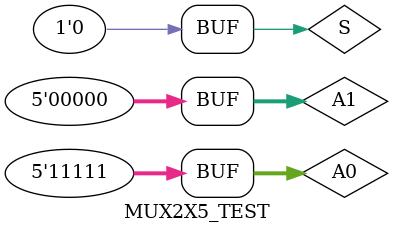
<source format=v>
`timescale 1ns / 1ps


`timescale 1ns / 1ps
//////////////////////////////////////////////////////////////////////////////////
// Company: 
// Engineer: 
// 
// Create Date: 2017/11/06 11:14:01
// Design Name: 
// Module Name: MUX2X32
// Project Name: 
// Target Devices: 
// Tool Versions: 
// Description: 
// 
// Dependencies: 
// 
// Revision:
// Revision 0.01 - File Created
// Additional Comments:
// 
//////////////////////////////////////////////////////////////////////////////////


module MUX2X5(A0,A1,S,Y);
    input [4:0] A0,A1;
    input S;
    output [4:0] Y;
    function [4:0] select;
        input [4:0] A0,A1;
        input S;
            case (S)
                0:select = A0;
                1:select = A1;
            endcase
    endfunction
    assign Y = select(A0,A1,S);
endmodule


module MUX2X5_TEST;
    reg [4:0] A0,A1;
    reg S;
    wire [4:0] Y;
    MUX2X5 MUX2X5_test(.A0(A0), .A1(A1), .S(S), .Y(Y));
        initial begin;
          A0 = 'b11111;
          A1 = 'b00000;
          S = 1;
          
          #20;
          
           A0 = 'b11111;
           A1 = 'b00000;
           S = 0;
        end
endmodule


</source>
